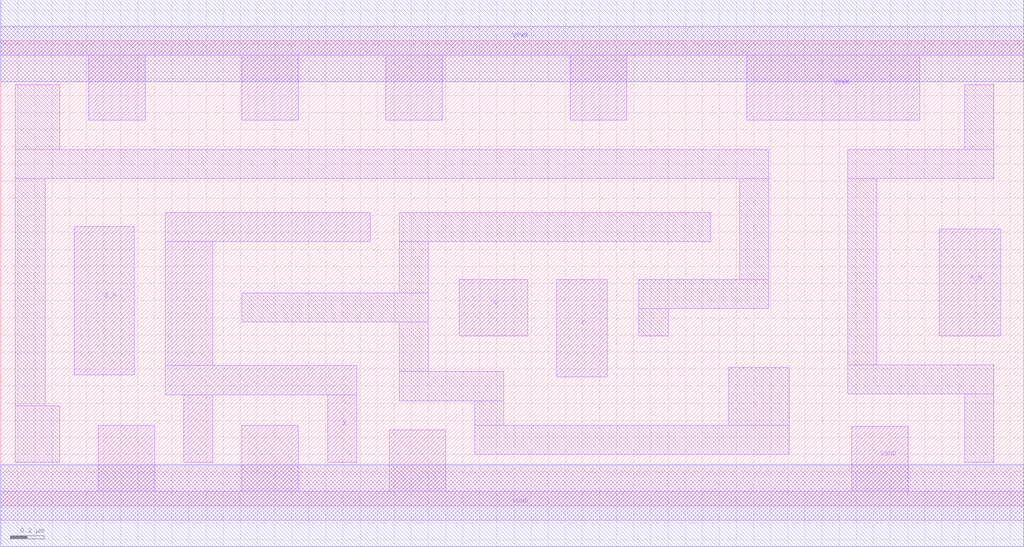
<source format=lef>
# Copyright 2020 The SkyWater PDK Authors
#
# Licensed under the Apache License, Version 2.0 (the "License");
# you may not use this file except in compliance with the License.
# You may obtain a copy of the License at
#
#     https://www.apache.org/licenses/LICENSE-2.0
#
# Unless required by applicable law or agreed to in writing, software
# distributed under the License is distributed on an "AS IS" BASIS,
# WITHOUT WARRANTIES OR CONDITIONS OF ANY KIND, either express or implied.
# See the License for the specific language governing permissions and
# limitations under the License.
#
# SPDX-License-Identifier: Apache-2.0

VERSION 5.5 ;
NAMESCASESENSITIVE ON ;
BUSBITCHARS "[]" ;
DIVIDERCHAR "/" ;
MACRO sky130_fd_sc_hd__and4bb_4
  CLASS CORE ;
  SOURCE USER ;
  ORIGIN  0.000000  0.000000 ;
  SIZE  5.980000 BY  2.720000 ;
  SYMMETRY X Y R90 ;
  SITE unithd ;
  PIN A_N
    ANTENNAGATEAREA  0.126000 ;
    DIRECTION INPUT ;
    USE SIGNAL ;
    PORT
      LAYER li1 ;
        RECT 5.485000 0.995000 5.845000 1.620000 ;
    END
  END A_N
  PIN B_N
    ANTENNAGATEAREA  0.126000 ;
    DIRECTION INPUT ;
    USE SIGNAL ;
    PORT
      LAYER li1 ;
        RECT 0.430000 0.765000 0.780000 1.635000 ;
    END
  END B_N
  PIN C
    ANTENNAGATEAREA  0.247500 ;
    DIRECTION INPUT ;
    USE SIGNAL ;
    PORT
      LAYER li1 ;
        RECT 3.250000 0.755000 3.545000 1.325000 ;
    END
  END C
  PIN D
    ANTENNAGATEAREA  0.247500 ;
    DIRECTION INPUT ;
    USE SIGNAL ;
    PORT
      LAYER li1 ;
        RECT 2.680000 0.995000 3.080000 1.325000 ;
    END
  END D
  PIN X
    ANTENNADIFFAREA  0.891000 ;
    DIRECTION OUTPUT ;
    USE SIGNAL ;
    PORT
      LAYER li1 ;
        RECT 0.960000 0.650000 2.080000 0.820000 ;
        RECT 0.960000 0.820000 1.240000 1.545000 ;
        RECT 0.960000 1.545000 2.160000 1.715000 ;
        RECT 1.070000 0.255000 1.240000 0.650000 ;
        RECT 1.910000 0.255000 2.080000 0.650000 ;
    END
  END X
  PIN VGND
    DIRECTION INOUT ;
    SHAPE ABUTMENT ;
    USE GROUND ;
    PORT
      LAYER li1 ;
        RECT 0.000000 -0.085000 5.980000 0.085000 ;
        RECT 0.570000  0.085000 0.900000 0.470000 ;
        RECT 1.410000  0.085000 1.740000 0.470000 ;
        RECT 2.270000  0.085000 2.600000 0.445000 ;
        RECT 4.975000  0.085000 5.305000 0.465000 ;
    END
    PORT
      LAYER met1 ;
        RECT 0.000000 -0.240000 5.980000 0.240000 ;
    END
  END VGND
  PIN VNB
    DIRECTION INOUT ;
    USE GROUND ;
    PORT
    END
  END VNB
  PIN VPB
    DIRECTION INOUT ;
    USE POWER ;
    PORT
    END
  END VPB
  PIN VPWR
    DIRECTION INOUT ;
    SHAPE ABUTMENT ;
    USE POWER ;
    PORT
      LAYER li1 ;
        RECT 0.000000 2.635000 5.980000 2.805000 ;
        RECT 0.515000 2.255000 0.845000 2.635000 ;
        RECT 1.410000 2.255000 1.740000 2.635000 ;
        RECT 2.250000 2.255000 2.580000 2.635000 ;
        RECT 3.330000 2.255000 3.660000 2.635000 ;
        RECT 4.360000 2.255000 5.370000 2.635000 ;
    END
    PORT
      LAYER met1 ;
        RECT 0.000000 2.480000 5.980000 2.960000 ;
    END
  END VPWR
  OBS
    LAYER li1 ;
      RECT 0.085000 0.255000 0.345000 0.585000 ;
      RECT 0.085000 0.585000 0.260000 1.915000 ;
      RECT 0.085000 1.915000 4.490000 2.085000 ;
      RECT 0.085000 2.085000 0.345000 2.465000 ;
      RECT 1.410000 1.075000 2.500000 1.245000 ;
      RECT 2.330000 0.615000 2.940000 0.785000 ;
      RECT 2.330000 0.785000 2.500000 1.075000 ;
      RECT 2.330000 1.245000 2.500000 1.545000 ;
      RECT 2.330000 1.545000 4.150000 1.715000 ;
      RECT 2.770000 0.300000 4.610000 0.470000 ;
      RECT 2.770000 0.470000 2.940000 0.615000 ;
      RECT 3.730000 0.995000 3.900000 1.155000 ;
      RECT 3.730000 1.155000 4.490000 1.325000 ;
      RECT 4.255000 0.470000 4.610000 0.810000 ;
      RECT 4.320000 1.325000 4.490000 1.915000 ;
      RECT 4.950000 0.655000 5.805000 0.825000 ;
      RECT 4.950000 0.825000 5.120000 1.915000 ;
      RECT 4.950000 1.915000 5.805000 2.085000 ;
      RECT 5.635000 0.255000 5.805000 0.655000 ;
      RECT 5.635000 2.085000 5.805000 2.465000 ;
  END
END sky130_fd_sc_hd__and4bb_4
END LIBRARY

</source>
